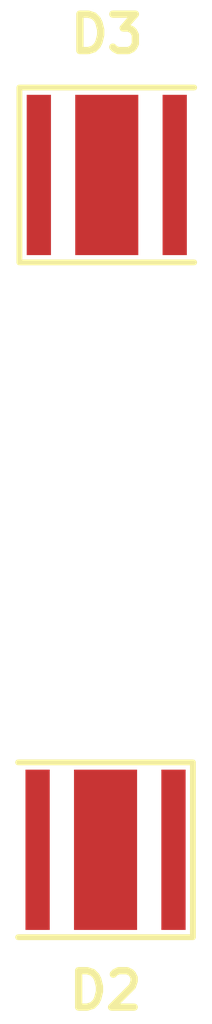
<source format=kicad_pcb>
(kicad_pcb (version 20170123) (host pcbnew "(2017-08-25 revision dd37d0595)-makepkg")

  (general
    (thickness 1.6)
    (drawings 0)
    (tracks 0)
    (zones 0)
    (modules 2)
    (nets 4)
  )

  (page A4)
  (layers
    (0 F.Cu signal)
    (31 B.Cu signal)
    (32 B.Adhes user)
    (33 F.Adhes user)
    (34 B.Paste user)
    (35 F.Paste user)
    (36 B.SilkS user)
    (37 F.SilkS user)
    (38 B.Mask user)
    (39 F.Mask user)
    (40 Dwgs.User user)
    (41 Cmts.User user)
    (42 Eco1.User user)
    (43 Eco2.User user)
    (44 Edge.Cuts user)
    (45 Margin user)
    (46 B.CrtYd user)
    (47 F.CrtYd user)
    (48 B.Fab user)
    (49 F.Fab user)
  )

  (setup
    (last_trace_width 0.25)
    (user_trace_width 0.4)
    (trace_clearance 0)
    (zone_clearance 0.1)
    (zone_45_only no)
    (trace_min 0.13)
    (segment_width 0.2)
    (edge_width 0.15)
    (via_size 0.6)
    (via_drill 0.4)
    (via_min_size 0.4)
    (via_min_drill 0.3)
    (uvia_size 0.3)
    (uvia_drill 0.1)
    (uvias_allowed no)
    (uvia_min_size 0.2)
    (uvia_min_drill 0.1)
    (pcb_text_width 0.3)
    (pcb_text_size 1.5 1.5)
    (mod_edge_width 0.15)
    (mod_text_size 0.75 0.75)
    (mod_text_width 0.15)
    (pad_size 1.3 3.3)
    (pad_drill 0)
    (pad_to_mask_clearance 0.2)
    (aux_axis_origin 0 0)
    (visible_elements 7FFFFFFF)
    (pcbplotparams
      (layerselection 0x010ff_80000001)
      (usegerberextensions false)
      (excludeedgelayer true)
      (linewidth 0.100000)
      (plotframeref false)
      (viasonmask false)
      (mode 1)
      (useauxorigin false)
      (hpglpennumber 1)
      (hpglpenspeed 20)
      (hpglpendiameter 15)
      (psnegative false)
      (psa4output false)
      (plotreference true)
      (plotvalue true)
      (plotinvisibletext false)
      (padsonsilk false)
      (subtractmaskfromsilk false)
      (outputformat 1)
      (mirror false)
      (drillshape 0)
      (scaleselection 1)
      (outputdirectory Gerbers/))
  )

  (net 0 "")
  (net 1 "Net-(D3-Pad1)")
  (net 2 "Net-(C4-Pad1)")
  (net 3 "Net-(D2-Pad1)")

  (net_class Default "This is the default net class."
    (clearance 0)
    (trace_width 0.25)
    (via_dia 0.6)
    (via_drill 0.4)
    (uvia_dia 0.3)
    (uvia_drill 0.1)
    (add_net "Net-(C4-Pad1)")
    (add_net "Net-(D2-Pad1)")
    (add_net "Net-(D3-Pad1)")
  )

  (module LEDs:LED_Cree-XP-G (layer F.Cu) (tedit 587A7054) (tstamp 5A0841F9)
    (at 192.4304 86.2076)
    (descr "LED Cree-XP-G http://www.cree.com/~/media/Files/Cree/LED%20Components%20and%20Modules/XLamp/Data%20and%20Binning/XLampXPG.pdf")
    (tags "LED Cree XP-G")
    (path /57EF16FF)
    (attr smd)
    (fp_text reference D3 (at 0 -2.9) (layer F.SilkS)
      (effects (font (size 0.75 0.75) (thickness 0.15)))
    )
    (fp_text value LED (at 0 2.9) (layer F.Fab)
      (effects (font (size 0.75 0.75) (thickness 0.15)))
    )
    (fp_circle (center 0 0) (end 0 1.3) (layer F.Fab) (width 0.1))
    (fp_line (start -1.65 -1.65) (end 1.65 -1.65) (layer F.Fab) (width 0.1))
    (fp_line (start 1.65 -1.65) (end 1.65 1.65) (layer F.Fab) (width 0.1))
    (fp_line (start 1.65 1.65) (end -1.65 1.65) (layer F.Fab) (width 0.1))
    (fp_line (start -1.65 1.65) (end -1.65 -1.65) (layer F.Fab) (width 0.1))
    (fp_line (start -2.15 -2.15) (end 2.15 -2.15) (layer F.CrtYd) (width 0.05))
    (fp_line (start 2.15 -2.15) (end 2.15 2.15) (layer F.CrtYd) (width 0.05))
    (fp_line (start 2.15 2.15) (end -2.15 2.15) (layer F.CrtYd) (width 0.05))
    (fp_line (start -2.15 2.15) (end -2.15 -2.15) (layer F.CrtYd) (width 0.05))
    (fp_line (start -1.8 -1.8) (end 1.8 -1.8) (layer F.SilkS) (width 0.12))
    (fp_line (start 1.8 1.8) (end -1.8 1.8) (layer F.SilkS) (width 0.12))
    (fp_line (start -1.8 1.8) (end -1.8 -1.8) (layer F.SilkS) (width 0.12))
    (fp_text user %R (at 0 0) (layer F.Fab)
      (effects (font (size 0.75 0.75) (thickness 0.15)))
    )
    (pad 2 smd rect (at 1.4 0) (size 0.5 3.3) (layers F.Cu F.Paste F.Mask)
      (net 3 "Net-(D2-Pad1)"))
    (pad 1 smd rect (at -1.4 0) (size 0.5 3.3) (layers F.Cu F.Paste F.Mask)
      (net 1 "Net-(D3-Pad1)"))
    (pad 3 smd rect (at 0 0) (size 1.3 3.3) (layers F.Cu F.Mask))
    (pad 3 smd rect (at 0 0) (size 1.01 0.75) (layers F.Paste))
    (pad 3 smd rect (at 0 1) (size 1.01 0.75) (layers F.Paste))
    (pad 3 smd rect (at 0 -1) (size 1.01 0.75) (layers F.Paste))
    (model ${KISYS3DMOD}/LEDs.3dshapes/LED_Cree-XP-G.wrl
      (at (xyz 0 0 0))
      (scale (xyz 1 1 1))
      (rotate (xyz 0 0 0))
    )
  )

  (module LEDs:LED_Cree-XP-G (layer F.Cu) (tedit 587A7054) (tstamp 5A0841E2)
    (at 192.405 100.1014 180)
    (descr "LED Cree-XP-G http://www.cree.com/~/media/Files/Cree/LED%20Components%20and%20Modules/XLamp/Data%20and%20Binning/XLampXPG.pdf")
    (tags "LED Cree XP-G")
    (path /57EF16C6)
    (attr smd)
    (fp_text reference D2 (at 0 -2.9 180) (layer F.SilkS)
      (effects (font (size 0.75 0.75) (thickness 0.15)))
    )
    (fp_text value LED (at 0 2.9 180) (layer F.Fab)
      (effects (font (size 0.75 0.75) (thickness 0.15)))
    )
    (fp_text user %R (at 0 0 180) (layer F.Fab)
      (effects (font (size 0.75 0.75) (thickness 0.15)))
    )
    (fp_line (start -1.8 1.8) (end -1.8 -1.8) (layer F.SilkS) (width 0.12))
    (fp_line (start 1.8 1.8) (end -1.8 1.8) (layer F.SilkS) (width 0.12))
    (fp_line (start -1.8 -1.8) (end 1.8 -1.8) (layer F.SilkS) (width 0.12))
    (fp_line (start -2.15 2.15) (end -2.15 -2.15) (layer F.CrtYd) (width 0.05))
    (fp_line (start 2.15 2.15) (end -2.15 2.15) (layer F.CrtYd) (width 0.05))
    (fp_line (start 2.15 -2.15) (end 2.15 2.15) (layer F.CrtYd) (width 0.05))
    (fp_line (start -2.15 -2.15) (end 2.15 -2.15) (layer F.CrtYd) (width 0.05))
    (fp_line (start -1.65 1.65) (end -1.65 -1.65) (layer F.Fab) (width 0.1))
    (fp_line (start 1.65 1.65) (end -1.65 1.65) (layer F.Fab) (width 0.1))
    (fp_line (start 1.65 -1.65) (end 1.65 1.65) (layer F.Fab) (width 0.1))
    (fp_line (start -1.65 -1.65) (end 1.65 -1.65) (layer F.Fab) (width 0.1))
    (fp_circle (center 0 0) (end 0 1.3) (layer F.Fab) (width 0.1))
    (pad 3 smd rect (at 0 -1 180) (size 1.01 0.75) (layers F.Paste))
    (pad 3 smd rect (at 0 1 180) (size 1.01 0.75) (layers F.Paste))
    (pad 3 smd rect (at 0 0 180) (size 1.01 0.75) (layers F.Paste))
    (pad 3 smd rect (at 0 0 180) (size 1.3 3.3) (layers F.Cu F.Mask))
    (pad 1 smd rect (at -1.4 0 180) (size 0.5 3.3) (layers F.Cu F.Paste F.Mask)
      (net 3 "Net-(D2-Pad1)"))
    (pad 2 smd rect (at 1.4 0 180) (size 0.5 3.3) (layers F.Cu F.Paste F.Mask)
      (net 2 "Net-(C4-Pad1)"))
    (model ${KISYS3DMOD}/LEDs.3dshapes/LED_Cree-XP-G.wrl
      (at (xyz 0 0 0))
      (scale (xyz 1 1 1))
      (rotate (xyz 0 0 0))
    )
  )

)

</source>
